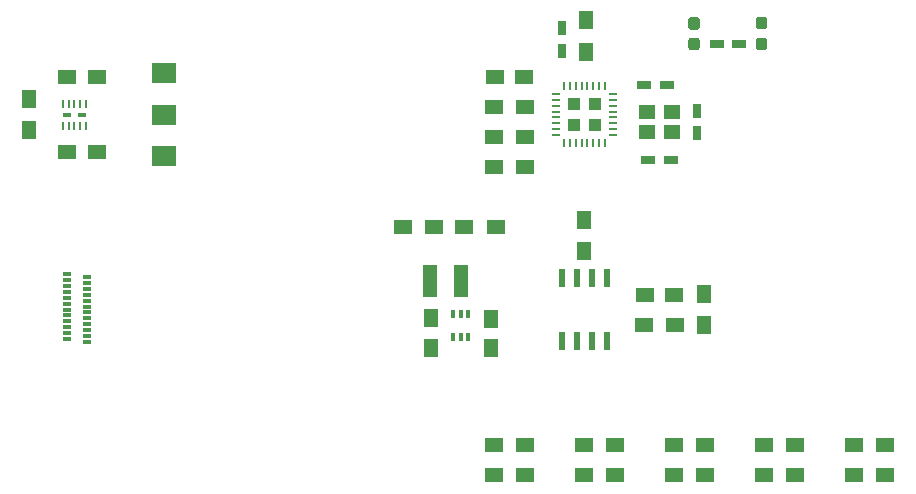
<source format=gbr>
G04 #@! TF.GenerationSoftware,KiCad,Pcbnew,(5.1.2)-1*
G04 #@! TF.CreationDate,2019-05-23T18:27:22+02:00*
G04 #@! TF.ProjectId,2018-03-08 Intercourse 01,32303138-2d30-4332-9d30-3820496e7465,rev?*
G04 #@! TF.SameCoordinates,Original*
G04 #@! TF.FileFunction,Paste,Top*
G04 #@! TF.FilePolarity,Positive*
%FSLAX46Y46*%
G04 Gerber Fmt 4.6, Leading zero omitted, Abs format (unit mm)*
G04 Created by KiCad (PCBNEW (5.1.2)-1) date 2019-05-23 18:27:22*
%MOMM*%
%LPD*%
G04 APERTURE LIST*
%ADD10R,1.500000X1.250000*%
%ADD11R,2.000000X1.700000*%
%ADD12R,1.250000X1.500000*%
%ADD13R,0.750000X1.200000*%
%ADD14R,1.200000X0.750000*%
%ADD15R,1.500000X1.300000*%
%ADD16R,0.700000X0.300000*%
%ADD17R,1.200000X2.700000*%
%ADD18R,1.300000X1.500000*%
%ADD19R,0.250000X0.700000*%
%ADD20R,0.720000X0.384000*%
%ADD21R,0.600000X1.550000*%
%ADD22R,0.700000X0.250000*%
%ADD23R,1.035000X1.035000*%
%ADD24R,1.400000X1.200000*%
%ADD25R,0.400000X0.700000*%
%ADD26C,0.100000*%
%ADD27C,0.950000*%
G04 APERTURE END LIST*
D10*
X121265000Y-88265000D03*
X118765000Y-88265000D03*
D11*
X127000000Y-81590000D03*
X127000000Y-85090000D03*
X127000000Y-88590000D03*
D12*
X149523701Y-102353393D03*
X149523701Y-104853393D03*
D10*
X121265000Y-81915000D03*
X118765000Y-81915000D03*
D12*
X154603701Y-102373393D03*
X154603701Y-104873393D03*
D13*
X172085000Y-84775000D03*
X172085000Y-86675000D03*
D14*
X167960000Y-88900000D03*
X169860000Y-88900000D03*
D10*
X167660000Y-100330000D03*
X170160000Y-100330000D03*
D14*
X169540000Y-82550000D03*
X167640000Y-82550000D03*
X173741000Y-79121000D03*
X175641000Y-79121000D03*
D10*
X157460000Y-81915000D03*
X154960000Y-81915000D03*
D13*
X160655000Y-79690000D03*
X160655000Y-77790000D03*
D15*
X154860000Y-115570000D03*
X157560000Y-115570000D03*
X162480000Y-115570000D03*
X165180000Y-115570000D03*
X170100000Y-115570000D03*
X172800000Y-115570000D03*
X177720000Y-115570000D03*
X180420000Y-115570000D03*
X185340000Y-115570000D03*
X188040000Y-115570000D03*
D16*
X120445000Y-98850000D03*
X120445000Y-99350000D03*
X120445000Y-99850000D03*
X120445000Y-100350000D03*
X120445000Y-100850000D03*
X120445000Y-101350000D03*
X120445000Y-101850000D03*
X120445000Y-104350000D03*
X120445000Y-103350000D03*
X120445000Y-102850000D03*
X120445000Y-102350000D03*
X120445000Y-103850000D03*
X118745000Y-104100000D03*
X118745000Y-103600000D03*
X118745000Y-103100000D03*
X118745000Y-102600000D03*
X118745000Y-102100000D03*
X118745000Y-101600000D03*
X118745000Y-101100000D03*
X118745000Y-100600000D03*
X118745000Y-100100000D03*
X118745000Y-99600000D03*
X118745000Y-99100000D03*
X118745000Y-98600000D03*
D17*
X152093701Y-99158393D03*
X149493701Y-99158393D03*
D18*
X115570000Y-86440000D03*
X115570000Y-83740000D03*
D15*
X149860000Y-94615000D03*
X147160000Y-94615000D03*
X152400000Y-94615000D03*
X155100000Y-94615000D03*
X170260000Y-102870000D03*
X167560000Y-102870000D03*
D18*
X172720000Y-102950000D03*
X172720000Y-100250000D03*
X162687000Y-77089000D03*
X162687000Y-79789000D03*
X162560000Y-96680000D03*
X162560000Y-93980000D03*
D15*
X154860000Y-113030000D03*
X157560000Y-113030000D03*
X162480000Y-113030000D03*
X165180000Y-113030000D03*
X170100000Y-113030000D03*
X172800000Y-113030000D03*
X177720000Y-113030000D03*
X180420000Y-113030000D03*
X185340000Y-113030000D03*
X188040000Y-113030000D03*
X157560000Y-86995000D03*
X154860000Y-86995000D03*
X157560000Y-89535000D03*
X154860000Y-89535000D03*
X157560000Y-84455000D03*
X154860000Y-84455000D03*
D19*
X120380000Y-84192881D03*
X119880000Y-84192881D03*
X119380000Y-84192881D03*
X118880000Y-84192881D03*
X118380000Y-84192881D03*
X118380000Y-86042881D03*
X118880000Y-86042881D03*
X119380000Y-86042881D03*
X119880000Y-86042881D03*
X120380000Y-86042881D03*
D20*
X118780000Y-85117881D03*
X119980000Y-85117881D03*
D21*
X160655000Y-104300000D03*
X161925000Y-104300000D03*
X163195000Y-104300000D03*
X164465000Y-104300000D03*
X164465000Y-98900000D03*
X163195000Y-98900000D03*
X161925000Y-98900000D03*
X160655000Y-98900000D03*
D19*
X164310000Y-82690000D03*
X163810000Y-82690000D03*
X163310000Y-82690000D03*
X162810000Y-82690000D03*
X162310000Y-82690000D03*
X161810000Y-82690000D03*
X161310000Y-82690000D03*
X160810000Y-82690000D03*
D22*
X160160000Y-83340000D03*
X160160000Y-83840000D03*
X160160000Y-84340000D03*
X160160000Y-84840000D03*
X160160000Y-85340000D03*
X160160000Y-85840000D03*
X160160000Y-86340000D03*
X160160000Y-86840000D03*
D19*
X160810000Y-87490000D03*
X161310000Y-87490000D03*
X161810000Y-87490000D03*
X162310000Y-87490000D03*
X162810000Y-87490000D03*
X163310000Y-87490000D03*
X163810000Y-87490000D03*
X164310000Y-87490000D03*
D22*
X164960000Y-86840000D03*
X164960000Y-86340000D03*
X164960000Y-85840000D03*
X164960000Y-85340000D03*
X164960000Y-84840000D03*
X164960000Y-84340000D03*
X164960000Y-83840000D03*
X164960000Y-83340000D03*
D23*
X161697500Y-85952500D03*
X163422500Y-85952500D03*
X161697500Y-84227500D03*
X163422500Y-84227500D03*
D24*
X170010000Y-84875000D03*
X167810000Y-84875000D03*
X167810000Y-86575000D03*
X170010000Y-86575000D03*
D25*
X151413701Y-103918393D03*
X152063701Y-103918393D03*
X152713701Y-103918393D03*
X152713701Y-102018393D03*
X151413701Y-102018393D03*
X152063701Y-102018393D03*
D26*
G36*
X177806779Y-78569144D02*
G01*
X177829834Y-78572563D01*
X177852443Y-78578227D01*
X177874387Y-78586079D01*
X177895457Y-78596044D01*
X177915448Y-78608026D01*
X177934168Y-78621910D01*
X177951438Y-78637562D01*
X177967090Y-78654832D01*
X177980974Y-78673552D01*
X177992956Y-78693543D01*
X178002921Y-78714613D01*
X178010773Y-78736557D01*
X178016437Y-78759166D01*
X178019856Y-78782221D01*
X178021000Y-78805500D01*
X178021000Y-79380500D01*
X178019856Y-79403779D01*
X178016437Y-79426834D01*
X178010773Y-79449443D01*
X178002921Y-79471387D01*
X177992956Y-79492457D01*
X177980974Y-79512448D01*
X177967090Y-79531168D01*
X177951438Y-79548438D01*
X177934168Y-79564090D01*
X177915448Y-79577974D01*
X177895457Y-79589956D01*
X177874387Y-79599921D01*
X177852443Y-79607773D01*
X177829834Y-79613437D01*
X177806779Y-79616856D01*
X177783500Y-79618000D01*
X177308500Y-79618000D01*
X177285221Y-79616856D01*
X177262166Y-79613437D01*
X177239557Y-79607773D01*
X177217613Y-79599921D01*
X177196543Y-79589956D01*
X177176552Y-79577974D01*
X177157832Y-79564090D01*
X177140562Y-79548438D01*
X177124910Y-79531168D01*
X177111026Y-79512448D01*
X177099044Y-79492457D01*
X177089079Y-79471387D01*
X177081227Y-79449443D01*
X177075563Y-79426834D01*
X177072144Y-79403779D01*
X177071000Y-79380500D01*
X177071000Y-78805500D01*
X177072144Y-78782221D01*
X177075563Y-78759166D01*
X177081227Y-78736557D01*
X177089079Y-78714613D01*
X177099044Y-78693543D01*
X177111026Y-78673552D01*
X177124910Y-78654832D01*
X177140562Y-78637562D01*
X177157832Y-78621910D01*
X177176552Y-78608026D01*
X177196543Y-78596044D01*
X177217613Y-78586079D01*
X177239557Y-78578227D01*
X177262166Y-78572563D01*
X177285221Y-78569144D01*
X177308500Y-78568000D01*
X177783500Y-78568000D01*
X177806779Y-78569144D01*
X177806779Y-78569144D01*
G37*
D27*
X177546000Y-79093000D03*
D26*
G36*
X177806779Y-76819144D02*
G01*
X177829834Y-76822563D01*
X177852443Y-76828227D01*
X177874387Y-76836079D01*
X177895457Y-76846044D01*
X177915448Y-76858026D01*
X177934168Y-76871910D01*
X177951438Y-76887562D01*
X177967090Y-76904832D01*
X177980974Y-76923552D01*
X177992956Y-76943543D01*
X178002921Y-76964613D01*
X178010773Y-76986557D01*
X178016437Y-77009166D01*
X178019856Y-77032221D01*
X178021000Y-77055500D01*
X178021000Y-77630500D01*
X178019856Y-77653779D01*
X178016437Y-77676834D01*
X178010773Y-77699443D01*
X178002921Y-77721387D01*
X177992956Y-77742457D01*
X177980974Y-77762448D01*
X177967090Y-77781168D01*
X177951438Y-77798438D01*
X177934168Y-77814090D01*
X177915448Y-77827974D01*
X177895457Y-77839956D01*
X177874387Y-77849921D01*
X177852443Y-77857773D01*
X177829834Y-77863437D01*
X177806779Y-77866856D01*
X177783500Y-77868000D01*
X177308500Y-77868000D01*
X177285221Y-77866856D01*
X177262166Y-77863437D01*
X177239557Y-77857773D01*
X177217613Y-77849921D01*
X177196543Y-77839956D01*
X177176552Y-77827974D01*
X177157832Y-77814090D01*
X177140562Y-77798438D01*
X177124910Y-77781168D01*
X177111026Y-77762448D01*
X177099044Y-77742457D01*
X177089079Y-77721387D01*
X177081227Y-77699443D01*
X177075563Y-77676834D01*
X177072144Y-77653779D01*
X177071000Y-77630500D01*
X177071000Y-77055500D01*
X177072144Y-77032221D01*
X177075563Y-77009166D01*
X177081227Y-76986557D01*
X177089079Y-76964613D01*
X177099044Y-76943543D01*
X177111026Y-76923552D01*
X177124910Y-76904832D01*
X177140562Y-76887562D01*
X177157832Y-76871910D01*
X177176552Y-76858026D01*
X177196543Y-76846044D01*
X177217613Y-76836079D01*
X177239557Y-76828227D01*
X177262166Y-76822563D01*
X177285221Y-76819144D01*
X177308500Y-76818000D01*
X177783500Y-76818000D01*
X177806779Y-76819144D01*
X177806779Y-76819144D01*
G37*
D27*
X177546000Y-77343000D03*
D26*
G36*
X172091779Y-76847144D02*
G01*
X172114834Y-76850563D01*
X172137443Y-76856227D01*
X172159387Y-76864079D01*
X172180457Y-76874044D01*
X172200448Y-76886026D01*
X172219168Y-76899910D01*
X172236438Y-76915562D01*
X172252090Y-76932832D01*
X172265974Y-76951552D01*
X172277956Y-76971543D01*
X172287921Y-76992613D01*
X172295773Y-77014557D01*
X172301437Y-77037166D01*
X172304856Y-77060221D01*
X172306000Y-77083500D01*
X172306000Y-77658500D01*
X172304856Y-77681779D01*
X172301437Y-77704834D01*
X172295773Y-77727443D01*
X172287921Y-77749387D01*
X172277956Y-77770457D01*
X172265974Y-77790448D01*
X172252090Y-77809168D01*
X172236438Y-77826438D01*
X172219168Y-77842090D01*
X172200448Y-77855974D01*
X172180457Y-77867956D01*
X172159387Y-77877921D01*
X172137443Y-77885773D01*
X172114834Y-77891437D01*
X172091779Y-77894856D01*
X172068500Y-77896000D01*
X171593500Y-77896000D01*
X171570221Y-77894856D01*
X171547166Y-77891437D01*
X171524557Y-77885773D01*
X171502613Y-77877921D01*
X171481543Y-77867956D01*
X171461552Y-77855974D01*
X171442832Y-77842090D01*
X171425562Y-77826438D01*
X171409910Y-77809168D01*
X171396026Y-77790448D01*
X171384044Y-77770457D01*
X171374079Y-77749387D01*
X171366227Y-77727443D01*
X171360563Y-77704834D01*
X171357144Y-77681779D01*
X171356000Y-77658500D01*
X171356000Y-77083500D01*
X171357144Y-77060221D01*
X171360563Y-77037166D01*
X171366227Y-77014557D01*
X171374079Y-76992613D01*
X171384044Y-76971543D01*
X171396026Y-76951552D01*
X171409910Y-76932832D01*
X171425562Y-76915562D01*
X171442832Y-76899910D01*
X171461552Y-76886026D01*
X171481543Y-76874044D01*
X171502613Y-76864079D01*
X171524557Y-76856227D01*
X171547166Y-76850563D01*
X171570221Y-76847144D01*
X171593500Y-76846000D01*
X172068500Y-76846000D01*
X172091779Y-76847144D01*
X172091779Y-76847144D01*
G37*
D27*
X171831000Y-77371000D03*
D26*
G36*
X172091779Y-78597144D02*
G01*
X172114834Y-78600563D01*
X172137443Y-78606227D01*
X172159387Y-78614079D01*
X172180457Y-78624044D01*
X172200448Y-78636026D01*
X172219168Y-78649910D01*
X172236438Y-78665562D01*
X172252090Y-78682832D01*
X172265974Y-78701552D01*
X172277956Y-78721543D01*
X172287921Y-78742613D01*
X172295773Y-78764557D01*
X172301437Y-78787166D01*
X172304856Y-78810221D01*
X172306000Y-78833500D01*
X172306000Y-79408500D01*
X172304856Y-79431779D01*
X172301437Y-79454834D01*
X172295773Y-79477443D01*
X172287921Y-79499387D01*
X172277956Y-79520457D01*
X172265974Y-79540448D01*
X172252090Y-79559168D01*
X172236438Y-79576438D01*
X172219168Y-79592090D01*
X172200448Y-79605974D01*
X172180457Y-79617956D01*
X172159387Y-79627921D01*
X172137443Y-79635773D01*
X172114834Y-79641437D01*
X172091779Y-79644856D01*
X172068500Y-79646000D01*
X171593500Y-79646000D01*
X171570221Y-79644856D01*
X171547166Y-79641437D01*
X171524557Y-79635773D01*
X171502613Y-79627921D01*
X171481543Y-79617956D01*
X171461552Y-79605974D01*
X171442832Y-79592090D01*
X171425562Y-79576438D01*
X171409910Y-79559168D01*
X171396026Y-79540448D01*
X171384044Y-79520457D01*
X171374079Y-79499387D01*
X171366227Y-79477443D01*
X171360563Y-79454834D01*
X171357144Y-79431779D01*
X171356000Y-79408500D01*
X171356000Y-78833500D01*
X171357144Y-78810221D01*
X171360563Y-78787166D01*
X171366227Y-78764557D01*
X171374079Y-78742613D01*
X171384044Y-78721543D01*
X171396026Y-78701552D01*
X171409910Y-78682832D01*
X171425562Y-78665562D01*
X171442832Y-78649910D01*
X171461552Y-78636026D01*
X171481543Y-78624044D01*
X171502613Y-78614079D01*
X171524557Y-78606227D01*
X171547166Y-78600563D01*
X171570221Y-78597144D01*
X171593500Y-78596000D01*
X172068500Y-78596000D01*
X172091779Y-78597144D01*
X172091779Y-78597144D01*
G37*
D27*
X171831000Y-79121000D03*
M02*

</source>
